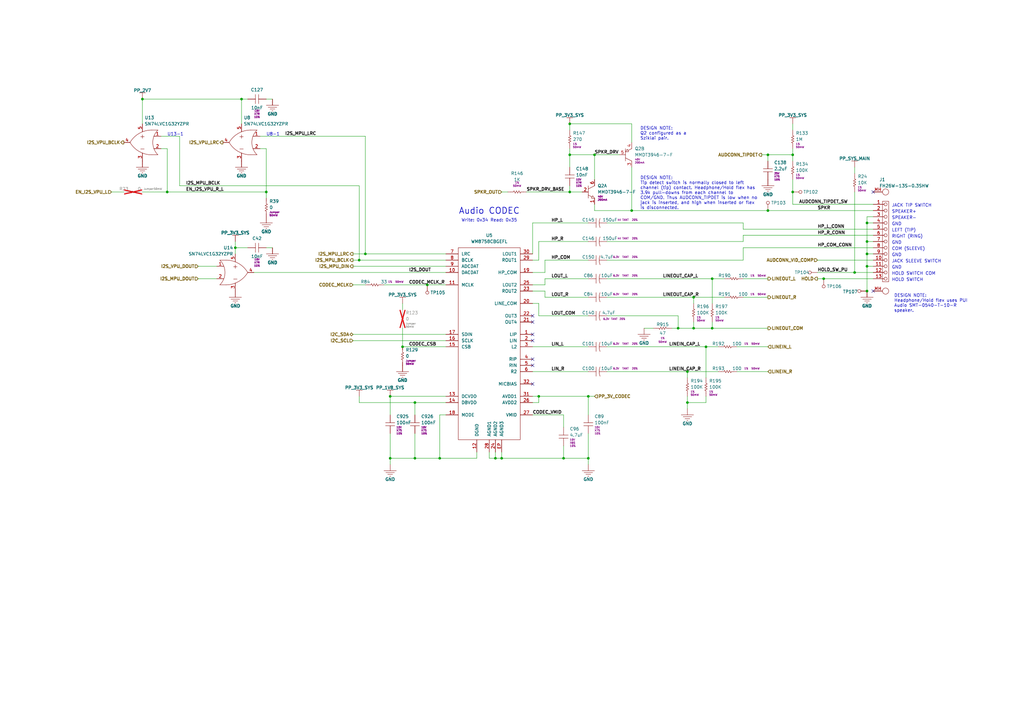
<source format=kicad_sch>
(kicad_sch (version 20231120) (generator "eeschema") (generator_version "8.0")
  (paper "A3")
  (title_block (title "iPod Video Main Board") (date "2025-04-19") (rev "A") (comment 1 "820-1975") (comment 2 "A"))
  (junction (at 337.82 114.3))
  (junction (at 160.02 162.56))
  (junction (at 289.56 142.24))
  (junction (at 241.3 187.96))
  (junction (at 203.2 187.96))
  (junction (at 68.58 78.74))
  (junction (at 233.68 63.5))
  (junction (at 241.3 162.56))
  (junction (at 355.6 119.38))
  (junction (at 170.18 165.1))
  (junction (at 355.6 109.22))
  (junction (at 325.12 78.74))
  (junction (at 259.08 86.36))
  (junction (at 147.32 106.68))
  (junction (at 243.84 63.5))
  (junction (at 180.34 187.96))
  (junction (at 355.6 91.44))
  (junction (at 58.42 40.64))
  (junction (at 314.96 86.36))
  (junction (at 284.48 134.62))
  (junction (at 233.68 50.8))
  (junction (at 292.1 134.62))
  (junction (at 96.52 101.6))
  (junction (at 170.18 187.96))
  (junction (at 355.6 104.14))
  (junction (at 175.26 116.84))
  (junction (at 325.12 63.5))
  (junction (at 281.94 152.4))
  (junction (at 220.98 162.56))
  (junction (at 314.96 63.5))
  (junction (at 165.1 142.24))
  (junction (at 292.1 114.3))
  (junction (at 355.6 99.06))
  (junction (at 233.68 78.74))
  (junction (at 205.74 187.96))
  (junction (at 231.14 187.96))
  (junction (at 278.13 134.62))
  (junction (at 160.02 187.96))
  (junction (at 350.52 111.76))
  (junction (at 109.22 78.74))
  (junction (at 281.94 165.1))
  (junction (at 149.86 104.14))
  (junction (at 284.48 121.92))
  (junction (at 99.06 40.64))
  (no_connect (at 218.44 157.48))
  (no_connect (at 218.44 147.32))
  (no_connect (at 218.44 129.54))
  (no_connect (at 218.44 132.08))
  (no_connect (at 358.14 78.74))
  (no_connect (at 218.44 137.16))
  (no_connect (at 358.14 119.38))
  (no_connect (at 218.44 139.7))
  (no_connect (at 218.44 149.86))
  (wire (pts (xy 45.72 78.74) (xy 50.8 78.74)))
  (wire (pts (xy 278.13 134.62) (xy 284.48 134.62)))
  (wire (pts (xy 144.78 139.7) (xy 182.88 139.7)))
  (wire (pts (xy 223.52 111.76) (xy 223.52 106.68)))
  (wire (pts (xy 160.02 162.56) (xy 160.02 170.18)))
  (wire (pts (xy 259.08 86.36) (xy 243.84 86.36)))
  (wire (pts (xy 223.52 121.92) (xy 223.52 119.38)))
  (wire (pts (xy 220.98 162.56) (xy 220.98 165.1)))
  (wire (pts (xy 144.78 104.14) (xy 149.86 104.14)))
  (wire (pts (xy 220.98 99.06) (xy 241.3 99.06)))
  (wire (pts (xy 350.52 68.58) (xy 350.52 71.12)))
  (wire (pts (xy 350.52 111.76) (xy 358.14 111.76)))
  (wire (pts (xy 195.58 187.96) (xy 195.58 185.42)))
  (wire (pts (xy 358.14 91.44) (xy 355.6 91.44)))
  (wire (pts (xy 302.26 152.4) (xy 314.96 152.4)))
  (wire (pts (xy 248.92 114.3) (xy 292.1 114.3)))
  (wire (pts (xy 289.56 142.24) (xy 289.56 154.94)))
  (wire (pts (xy 205.74 185.42) (xy 205.74 187.96)))
  (wire (pts (xy 203.2 185.42) (xy 203.2 187.96)))
  (wire (pts (xy 165.1 124.46) (xy 165.1 127)))
  (wire (pts (xy 157.48 116.84) (xy 175.26 116.84)))
  (wire (pts (xy 284.48 134.62) (xy 292.1 134.62)))
  (wire (pts (xy 304.8 106.68) (xy 304.8 101.6)))
  (wire (pts (xy 149.86 104.14) (xy 182.88 104.14)))
  (wire (pts (xy 203.2 187.96) (xy 205.74 187.96)))
  (wire (pts (xy 220.98 165.1) (xy 218.44 165.1)))
  (wire (pts (xy 170.18 165.1) (xy 170.18 170.18)))
  (wire (pts (xy 325.12 78.74) (xy 325.12 83.82)))
  (wire (pts (xy 220.98 124.46) (xy 220.98 129.54)))
  (wire (pts (xy 96.52 101.6) (xy 101.6 101.6)))
  (wire (pts (xy 144.78 137.16) (xy 182.88 137.16)))
  (wire (pts (xy 304.8 96.52) (xy 358.14 96.52)))
  (wire (pts (xy 68.58 78.74) (xy 68.58 60.96)))
  (wire (pts (xy 358.14 104.14) (xy 355.6 104.14)))
  (wire (pts (xy 264.16 134.62) (xy 267.97 134.62)))
  (wire (pts (xy 233.68 78.74) (xy 238.76 78.74)))
  (wire (pts (xy 144.78 109.22) (xy 182.88 109.22)))
  (wire (pts (xy 248.92 106.68) (xy 304.8 106.68)))
  (wire (pts (xy 144.78 106.68) (xy 147.32 106.68)))
  (wire (pts (xy 335.28 106.68) (xy 358.14 106.68)))
  (wire (pts (xy 302.26 142.24) (xy 314.96 142.24)))
  (wire (pts (xy 355.6 99.06) (xy 358.14 99.06)))
  (wire (pts (xy 182.88 170.18) (xy 180.34 170.18)))
  (wire (pts (xy 218.44 91.44) (xy 241.3 91.44)))
  (wire (pts (xy 99.06 50.8) (xy 99.06 40.64)))
  (wire (pts (xy 289.56 162.56) (xy 289.56 165.1)))
  (wire (pts (xy 314.96 63.5) (xy 325.12 63.5)))
  (wire (pts (xy 218.44 162.56) (xy 220.98 162.56)))
  (wire (pts (xy 58.42 40.64) (xy 99.06 40.64)))
  (wire (pts (xy 231.14 170.18) (xy 231.14 175.26)))
  (wire (pts (xy 248.92 91.44) (xy 304.8 91.44)))
  (wire (pts (xy 223.52 114.3) (xy 241.3 114.3)))
  (wire (pts (xy 220.98 106.68) (xy 218.44 106.68)))
  (wire (pts (xy 147.32 106.68) (xy 182.88 106.68)))
  (wire (pts (xy 259.08 86.36) (xy 314.96 86.36)))
  (wire (pts (xy 284.48 121.92) (xy 297.18 121.92)))
  (wire (pts (xy 68.58 78.74) (xy 109.22 78.74)))
  (wire (pts (xy 248.92 129.54) (xy 278.13 129.54)))
  (wire (pts (xy 233.68 68.58) (xy 233.68 63.5)))
  (wire (pts (xy 289.56 142.24) (xy 294.64 142.24)))
  (wire (pts (xy 109.22 40.64) (xy 111.76 40.64)))
  (wire (pts (xy 160.02 190.5) (xy 160.02 187.96)))
  (wire (pts (xy 304.8 91.44) (xy 304.8 93.98)))
  (wire (pts (xy 223.52 106.68) (xy 241.3 106.68)))
  (wire (pts (xy 160.02 162.56) (xy 182.88 162.56)))
  (wire (pts (xy 233.68 50.8) (xy 259.08 50.8)))
  (wire (pts (xy 281.94 152.4) (xy 294.64 152.4)))
  (wire (pts (xy 248.92 152.4) (xy 281.94 152.4)))
  (wire (pts (xy 73.66 76.2) (xy 147.32 76.2)))
  (wire (pts (xy 304.8 93.98) (xy 358.14 93.98)))
  (wire (pts (xy 233.68 50.8) (xy 233.68 53.34)))
  (wire (pts (xy 106.68 55.88) (xy 149.86 55.88)))
  (wire (pts (xy 73.66 76.2) (xy 73.66 55.88)))
  (wire (pts (xy 218.44 91.44) (xy 218.44 104.14)))
  (wire (pts (xy 149.86 55.88) (xy 149.86 104.14)))
  (wire (pts (xy 292.1 114.3) (xy 292.1 124.46)))
  (wire (pts (xy 325.12 53.34) (xy 325.12 50.8)))
  (wire (pts (xy 355.6 88.9) (xy 358.14 88.9)))
  (wire (pts (xy 304.8 101.6) (xy 358.14 101.6)))
  (wire (pts (xy 325.12 63.5) (xy 325.12 60.96)))
  (wire (pts (xy 218.44 111.76) (xy 223.52 111.76)))
  (wire (pts (xy 281.94 165.1) (xy 281.94 167.64)))
  (wire (pts (xy 292.1 114.3) (xy 297.18 114.3)))
  (wire (pts (xy 335.28 111.76) (xy 350.52 111.76)))
  (wire (pts (xy 259.08 68.58) (xy 259.08 86.36)))
  (wire (pts (xy 284.48 121.92) (xy 284.48 124.46)))
  (wire (pts (xy 284.48 132.08) (xy 284.48 134.62)))
  (wire (pts (xy 109.22 60.96) (xy 109.22 78.74)))
  (wire (pts (xy 68.58 60.96) (xy 66.04 60.96)))
  (wire (pts (xy 231.14 187.96) (xy 241.3 187.96)))
  (wire (pts (xy 144.78 116.84) (xy 149.86 116.84)))
  (wire (pts (xy 325.12 63.5) (xy 325.12 66.04)))
  (wire (pts (xy 355.6 109.22) (xy 355.6 119.38)))
  (wire (pts (xy 147.32 165.1) (xy 170.18 165.1)))
  (wire (pts (xy 259.08 58.42) (xy 259.08 50.8)))
  (wire (pts (xy 58.42 78.74) (xy 68.58 78.74)))
  (wire (pts (xy 215.9 78.74) (xy 233.68 78.74)))
  (wire (pts (xy 304.8 121.92) (xy 314.96 121.92)))
  (wire (pts (xy 358.14 109.22) (xy 355.6 109.22)))
  (wire (pts (xy 81.28 109.22) (xy 88.9 109.22)))
  (wire (pts (xy 106.68 60.96) (xy 109.22 60.96)))
  (wire (pts (xy 205.74 187.96) (xy 231.14 187.96)))
  (wire (pts (xy 241.3 177.8) (xy 241.3 187.96)))
  (wire (pts (xy 337.82 114.3) (xy 358.14 114.3)))
  (wire (pts (xy 325.12 73.66) (xy 325.12 78.74)))
  (wire (pts (xy 160.02 187.96) (xy 170.18 187.96)))
  (wire (pts (xy 355.6 88.9) (xy 355.6 91.44)))
  (wire (pts (xy 147.32 76.2) (xy 147.32 106.68)))
  (wire (pts (xy 275.59 134.62) (xy 278.13 134.62)))
  (wire (pts (xy 223.52 119.38) (xy 218.44 119.38)))
  (wire (pts (xy 233.68 76.2) (xy 233.68 78.74)))
  (wire (pts (xy 218.44 170.18) (xy 231.14 170.18)))
  (wire (pts (xy 96.52 101.6) (xy 96.52 104.14)))
  (wire (pts (xy 220.98 162.56) (xy 241.3 162.56)))
  (wire (pts (xy 220.98 129.54) (xy 241.3 129.54)))
  (wire (pts (xy 304.8 114.3) (xy 314.96 114.3)))
  (wire (pts (xy 292.1 134.62) (xy 314.96 134.62)))
  (wire (pts (xy 58.42 50.8) (xy 58.42 40.64)))
  (wire (pts (xy 355.6 104.14) (xy 355.6 99.06)))
  (wire (pts (xy 203.2 187.96) (xy 200.66 187.96)))
  (wire (pts (xy 223.52 116.84) (xy 218.44 116.84)))
  (wire (pts (xy 223.52 121.92) (xy 241.3 121.92)))
  (wire (pts (xy 104.14 111.76) (xy 182.88 111.76)))
  (wire (pts (xy 220.98 106.68) (xy 220.98 99.06)))
  (wire (pts (xy 170.18 187.96) (xy 180.34 187.96)))
  (wire (pts (xy 170.18 177.8) (xy 170.18 187.96)))
  (wire (pts (xy 248.92 99.06) (xy 304.8 99.06)))
  (wire (pts (xy 170.18 165.1) (xy 182.88 165.1)))
  (wire (pts (xy 281.94 152.4) (xy 281.94 154.94)))
  (wire (pts (xy 278.13 134.62) (xy 278.13 129.54)))
  (wire (pts (xy 165.1 142.24) (xy 182.88 142.24)))
  (wire (pts (xy 96.52 99.06) (xy 96.52 101.6)))
  (wire (pts (xy 248.92 121.92) (xy 284.48 121.92)))
  (wire (pts (xy 241.3 162.56) (xy 243.84 162.56)))
  (wire (pts (xy 99.06 40.64) (xy 101.6 40.64)))
  (wire (pts (xy 81.28 114.3) (xy 88.9 114.3)))
  (wire (pts (xy 200.66 185.42) (xy 200.66 187.96)))
  (wire (pts (xy 304.8 99.06) (xy 304.8 96.52)))
  (wire (pts (xy 292.1 132.08) (xy 292.1 134.62)))
  (wire (pts (xy 248.92 142.24) (xy 289.56 142.24)))
  (wire (pts (xy 175.26 116.84) (xy 182.88 116.84)))
  (wire (pts (xy 73.66 55.88) (xy 66.04 55.88)))
  (wire (pts (xy 355.6 91.44) (xy 355.6 99.06)))
  (wire (pts (xy 205.74 78.74) (xy 208.28 78.74)))
  (wire (pts (xy 218.44 152.4) (xy 241.3 152.4)))
  (wire (pts (xy 254 63.5) (xy 243.84 63.5)))
  (wire (pts (xy 312.42 63.5) (xy 314.96 63.5)))
  (wire (pts (xy 223.52 114.3) (xy 223.52 116.84)))
  (wire (pts (xy 231.14 182.88) (xy 231.14 187.96)))
  (wire (pts (xy 241.3 187.96) (xy 241.3 190.5)))
  (wire (pts (xy 218.44 124.46) (xy 220.98 124.46)))
  (wire (pts (xy 147.32 165.1) (xy 147.32 162.56)))
  (wire (pts (xy 314.96 63.5) (xy 314.96 66.04)))
  (wire (pts (xy 233.68 60.96) (xy 233.68 63.5)))
  (wire (pts (xy 355.6 104.14) (xy 355.6 109.22)))
  (wire (pts (xy 165.1 134.62) (xy 165.1 142.24)))
  (wire (pts (xy 233.68 63.5) (xy 243.84 63.5)))
  (wire (pts (xy 325.12 83.82) (xy 358.14 83.82)))
  (wire (pts (xy 109.22 101.6) (xy 111.76 101.6)))
  (wire (pts (xy 335.28 114.3) (xy 337.82 114.3)))
  (wire (pts (xy 241.3 162.56) (xy 241.3 170.18)))
  (wire (pts (xy 109.22 81.28) (xy 109.22 78.74)))
  (wire (pts (xy 243.84 83.82) (xy 243.84 86.36)))
  (wire (pts (xy 281.94 165.1) (xy 289.56 165.1)))
  (wire (pts (xy 350.52 78.74) (xy 350.52 111.76)))
  (wire (pts (xy 180.34 187.96) (xy 195.58 187.96)))
  (wire (pts (xy 243.84 63.5) (xy 243.84 73.66)))
  (wire (pts (xy 218.44 142.24) (xy 241.3 142.24)))
  (wire (pts (xy 160.02 177.8) (xy 160.02 187.96)))
  (wire (pts (xy 281.94 162.56) (xy 281.94 165.1)))
  (wire (pts (xy 314.96 86.36) (xy 358.14 86.36)))
  (wire (pts (xy 180.34 170.18) (xy 180.34 187.96)))
  (text_box "DESIGN NOTE:\nHeadphone/Hold flex uses PUI Audio SMT-0540-T-10-R speaker." (at 365.76 119.38 0) (size 33.02 7.62) (stroke (width -0.0001)) (effects (font (size 1.27 1.27)) (justify left top)))
  (text_box "Write: 0x34 Read: 0x35" (at 187.96 88.9 0) (size 25.4 2.54) (stroke (width -0.0001)) (effects (font (size 1.27 1.27))))
  (text_box "Audio CODEC" (at 185.42 83.82 0) (size 30.48 5.08) (stroke (width -0.0001)) (effects (font (size 2.54 2.54) (thickness 0.254) (bold yes))))
  (text_box "DESIGN NOTE:\nQ2 configured as a Sziklai pair." (at 261.62 50.8 0) (size 27.94 5.08) (stroke (width -0.0001)) (effects (font (size 1.27 1.27)) (justify left top)))
  (text_box "DESIGN NOTE:\nTip detect switch is normally closed to left channel (tip) contact. Headphone/Hold flex has 3.9k pull-downs from each channel to COM/GND. Thus AUDCONN_TIPDET is low when no jack is inserted, and high when inserted or flex is disconnected. " (at 261.62 71.12 0) (size 50.8 15.24) (stroke (width -0.0001)) (effects (font (size 1.27 1.27)) (justify left top)))
  (text "GND" (at 365.76 110.49 0) (effects (font (size 1.27 1.27)) (justify left bottom)))
  (text "U13-1" (at 68.58 55.88 0) (effects (font (size 1.27 1.27)) (justify left bottom)))
  (text "HOLD SWITCH COM" (at 365.76 113.03 0) (effects (font (size 1.27 1.27)) (justify left bottom)))
  (text "SPEAKER+" (at 365.76 87.63 0) (effects (font (size 1.27 1.27)) (justify left bottom)))
  (text "JACK TIP SWITCH" (at 365.76 85.09 0) (effects (font (size 1.27 1.27)) (justify left bottom)))
  (text "U8-1" (at 109.22 55.88 0) (effects (font (size 1.27 1.27)) (justify left bottom)))
  (text "JACK SLEEVE SWITCH" (at 365.76 107.95 0) (effects (font (size 1.27 1.27)) (justify left bottom)))
  (text "HOLD SWITCH" (at 365.76 115.57 0) (effects (font (size 1.27 1.27)) (justify left bottom)))
  (text "GND" (at 365.76 100.33 0) (effects (font (size 1.27 1.27)) (justify left bottom)))
  (text "LEFT (TIP)" (at 365.76 95.25 0) (effects (font (size 1.27 1.27)) (justify left bottom)))
  (text "GND" (at 365.76 92.71 0) (effects (font (size 1.27 1.27)) (justify left bottom)))
  (text "SPEAKER-" (at 365.76 90.17 0) (effects (font (size 1.27 1.27)) (justify left bottom)))
  (text "COM (SLEEVE)" (at 365.76 102.87 0) (effects (font (size 1.27 1.27)) (justify left bottom)))
  (text "GND" (at 365.76 105.41 0) (effects (font (size 1.27 1.27)) (justify left bottom)))
  (text "RIGHT (RING)" (at 365.76 97.79 0) (effects (font (size 1.27 1.27)) (justify left bottom)))
  (label "LINEIN_CAP_L" (at 274.32 142.24 0) (effects (font (thickness 0.254) (bold yes))))
  (label "LIN_L" (at 226.06 142.24 0) (effects (font (thickness 0.254) (bold yes))))
  (label "LOUT_R" (at 226.06 121.92 0) (effects (font (thickness 0.254) (bold yes))))
  (label "I2S_MPU_BCLK" (at 76.2 76.2 0) (effects (font (thickness 0.254) (bold yes))))
  (label "HP_L" (at 226.06 91.44 0) (effects (font (thickness 0.254) (bold yes))))
  (label "HP_R_CONN" (at 335.28 96.52 0) (effects (font (thickness 0.254) (bold yes))))
  (label "LIN_R" (at 226.06 152.4 0) (effects (font (thickness 0.254) (bold yes))))
  (label "LINEOUT_CAP_R" (at 271.78 121.92 0) (effects (font (thickness 0.254) (bold yes))))
  (label "LINEIN_CAP_R" (at 274.32 152.4 0) (effects (font (thickness 0.254) (bold yes))))
  (label "LOUT_L" (at 226.06 114.3 0) (effects (font (thickness 0.254) (bold yes))))
  (label "HP_L_CONN" (at 335.28 93.98 0) (effects (font (thickness 0.254) (bold yes))))
  (label "SPKR_DRV" (at 243.84 63.5 0) (effects (font (thickness 0.254) (bold yes))))
  (label "CODEC_CSB" (at 167.64 142.24 0) (effects (font (thickness 0.254) (bold yes))))
  (label "HP_COM_CONN" (at 335.28 101.6 0) (effects (font (thickness 0.254) (bold yes))))
  (label "CODEC_MCLK_R" (at 167.64 116.84 0) (effects (font (thickness 0.254) (bold yes))))
  (label "AUDCONN_TIPDET_SW" (at 327.66 83.82 0) (effects (font (thickness 0.254) (bold yes))))
  (label "HOLD_SW_PU" (at 335.28 111.76 0) (effects (font (thickness 0.254) (bold yes))))
  (label "I2S_DOUT" (at 167.64 111.76 0) (effects (font (thickness 0.254) (bold yes))))
  (label "LOUT_COM" (at 226.06 129.54 0) (effects (font (thickness 0.254) (bold yes))))
  (label "LINEOUT_CAP_L" (at 271.78 114.3 0) (effects (font (thickness 0.254) (bold yes))))
  (label "CODEC_VMID" (at 218.44 170.18 0) (effects (font (thickness 0.254) (bold yes))))
  (label "I2S_MPU_LRC" (at 116.84 55.88 0) (effects (font (thickness 0.254) (bold yes))))
  (label "SPKR" (at 335.28 86.36 0) (effects (font (thickness 0.254) (bold yes))))
  (label "SPKR_DRV_BASE" (at 215.9 78.74 0) (effects (font (thickness 0.254) (bold yes))))
  (label "HP_COM" (at 226.06 106.68 0) (effects (font (thickness 0.254) (bold yes))))
  (label "HP_R" (at 226.06 99.06 0) (effects (font (thickness 0.254) (bold yes))))
  (label "EN_I2S_VPU_R_L" (at 76.2 78.74 0) (effects (font (thickness 0.254) (bold yes))))
  (hierarchical_label "I2S_MPU_DOUT" (shape input) (at 81.28 114.3 180) (effects (font (bold yes))))
  (hierarchical_label "LINEOUT_L" (shape output) (at 314.96 114.3 0) (effects (font (bold yes))))
  (hierarchical_label "SPKR_OUT" (shape input) (at 205.74 78.74 180) (effects (font (thickness 0.254) (bold yes))))
  (hierarchical_label "AUDCONN_TIPDET" (shape output) (at 312.42 63.5 180) (effects (font (thickness 0.254) (bold yes))))
  (hierarchical_label "I2S_MPU_BCLK" (shape output) (at 144.78 106.68 180) (effects (font (bold yes))))
  (hierarchical_label "I2S_MPU_LRC" (shape output) (at 144.78 104.14 180) (effects (font (bold yes))))
  (hierarchical_label "PP_3V_CODEC" (shape input) (at 243.84 162.56 0) (effects (font (thickness 0.254) (bold yes))))
  (hierarchical_label "I2S_MPU_DIN" (shape output) (at 144.78 109.22 180) (effects (font (bold yes))))
  (hierarchical_label "CODEC_MCLK" (shape input) (at 144.78 116.84 180) (effects (font (bold yes))))
  (hierarchical_label "I2C_SDA" (shape bidirectional) (at 144.78 137.16 180) (effects (font (bold yes))))
  (hierarchical_label "HOLD" (shape output) (at 335.28 114.3 180) (effects (font (bold yes))))
  (hierarchical_label "LINEIN_R" (shape input) (at 314.96 152.4 0) (effects (font (bold yes))))
  (hierarchical_label "LINEOUT_R" (shape output) (at 314.96 121.92 0) (effects (font (bold yes))))
  (hierarchical_label "AUDCONN_VID_COMP" (shape input) (at 335.28 106.68 180) (effects (font (bold yes))))
  (hierarchical_label "EN_I2S_VPU_L" (shape input) (at 45.72 78.74 180) (effects (font (bold yes))))
  (hierarchical_label "LINEIN_L" (shape input) (at 314.96 142.24 0) (effects (font (bold yes))))
  (hierarchical_label "I2S_VPU_DOUT" (shape input) (at 81.28 109.22 180) (effects (font (bold yes))))
  (hierarchical_label "LINEOUT_COM" (shape output) (at 314.96 134.62 0) (effects (font (bold yes))))
  (hierarchical_label "I2S_VPU_LRC" (shape output) (at 91.44 58.42 180) (effects (font (bold yes))))
  (hierarchical_label "I2C_SCL" (shape input) (at 144.78 139.7 180) (effects (font (bold yes))))
  (hierarchical_label "I2S_VPU_BCLK" (shape output) (at 50.8 58.42 180) (effects (font (bold yes))))
  (symbol (lib_id "820-1975_Symbols:GND") (at 264.16 134.62 0) (unit 1) (in_bom no) (on_board no)
    (property "Reference" "#PWR077" (effects (hide yes)))
    (property "Value" "GND" (at 264.16 140.716 0) (effects (font (bold yes))))
    (property "Description" "Ground Symbol" (effects (hide yes)))
  )
  (symbol (lib_id "820-1975:Resistors-0201/RES-0201-000007") (at 297.18 121.92 90) (unit 1)
    (property "Reference" "R191" (at 297.18 120.65 90))
    (property "Value" "100" (at 304.8 120.65 90))
    (property "Footprint" "820-1975_Footprints:RES-0201" (effects (hide yes)))
    (property "Tolerance" "1%" (at 308.61 120.65 90) (effects (font (size 0.762 0.762))))
    (property "Power" "50mW" (at 312.42 120.65 90) (effects (font (size 0.762 0.762))))
    (property "Manufacturer" "Vishay Dale" (effects (hide yes)))
    (property "Manufacturer Part Number" "CRCW0201100RFKED" (effects (hide yes)))
  )
  (symbol (lib_id "820-1975_Symbols:VCC") (at 233.68 50.8 0) (unit 1) (in_bom no) (on_board no)
    (property "Reference" "#PWR0113" (effects (hide yes)))
    (property "Value" "PP_3V3_SYS" (at 233.68 47.244 0) (effects (font (bold yes))))
    (property "Description" "Power Port Symbol" (effects (hide yes)))
  )
  (symbol (lib_id "820-1975:Resistors-0201/RES-0201-000010") (at 233.68 53.34 0) (unit 1)
    (property "Reference" "R147" (at 234.95 54.61 0) (effects (justify left)))
    (property "Value" "270" (at 234.95 57.15 0) (effects (justify left)))
    (property "Footprint" "820-1975_Footprints:RES-0201" (effects (hide yes)))
    (property "Tolerance" "1%" (at 234.95 59.055 0) (effects (font (size 0.762 0.762)) (justify left)))
    (property "Power" "50mW" (at 234.95 60.325 0) (effects (font (size 0.762 0.762)) (justify left)))
    (property "Manufacturer" "Vishay Dale" (effects (hide yes)))
    (property "Manufacturer Part Number" "CRCW0201270RFKED" (effects (hide yes)))
  )
  (symbol (lib_id "820-1975:Resistors-0201/RES-0201-000007") (at 297.18 114.3 90) (unit 1)
    (property "Reference" "R190" (at 297.18 113.03 90))
    (property "Value" "100" (at 304.8 113.03 90))
    (property "Footprint" "820-1975_Footprints:RES-0201" (effects (hide yes)))
    (property "Tolerance" "1%" (at 308.61 113.03 90) (effects (font (size 0.762 0.762))))
    (property "Power" "50mW" (at 312.42 113.03 90) (effects (font (size 0.762 0.762))))
    (property "Manufacturer" "Vishay Dale" (effects (hide yes)))
    (property "Manufacturer Part Number" "CRCW0201100RFKED" (effects (hide yes)))
  )
  (symbol (lib_id "820-1975:Resistors-0201/RES-0201-000003") (at 149.86 116.84 90) (unit 1)
    (property "Reference" "R84" (at 149.86 115.57 90))
    (property "Value" "33" (at 157.48 115.57 90))
    (property "Footprint" "820-1975_Footprints:RES-0201" (effects (hide yes)))
    (property "Tolerance" "1%" (at 160.02 115.57 90) (effects (font (size 0.762 0.762))))
    (property "Power" "50mW" (at 163.83 115.57 90) (effects (font (size 0.762 0.762))))
    (property "Manufacturer" "Vishay Dale" (effects (hide yes)))
    (property "Manufacturer Part Number" "CRCW020133R0FNED" (effects (hide yes)))
  )
  (symbol (lib_id "820-1975:Resistors-0201/RES-0201-000030") (at 281.94 154.94 0) (unit 1)
    (property "Reference" "R194" (at 283.21 156.21 0) (effects (justify left)))
    (property "Value" "100K" (at 283.21 158.75 0) (effects (justify left)))
    (property "Footprint" "820-1975_Footprints:RES-0201" (effects (hide yes)))
    (property "Tolerance" "1%" (at 283.21 160.655 0) (effects (font (size 0.762 0.762)) (justify left)))
    (property "Power" "50mW" (at 283.21 161.925 0) (effects (font (size 0.762 0.762)) (justify left)))
    (property "Manufacturer" "Vishay Dale" (effects (hide yes)))
    (property "Manufacturer Part Number" "CRCW0201100KFNED" (effects (hide yes)))
  )
  (symbol (lib_id "820-1975:Resistors-0201/RES-0201-000022") (at 350.52 71.12 0) (unit 1)
    (property "Reference" "R24" (at 351.79 72.39 0) (effects (justify left)))
    (property "Value" "10K" (at 351.79 74.93 0) (effects (justify left)))
    (property "Footprint" "820-1975_Footprints:RES-0201" (effects (hide yes)))
    (property "Tolerance" "1%" (at 351.79 76.835 0) (effects (font (size 0.762 0.762)) (justify left)))
    (property "Power" "50mW" (at 351.79 78.105 0) (effects (font (size 0.762 0.762)) (justify left)))
    (property "Manufacturer" "Vishay Dale" (effects (hide yes)))
    (property "Manufacturer Part Number" "CRCW020110K0FNED" (effects (hide yes)))
  )
  (symbol (lib_id "820-1975_Symbols:GND") (at 241.3 190.5 0) (unit 1) (in_bom no) (on_board no)
    (property "Reference" "#PWR064" (effects (hide yes)))
    (property "Value" "GND" (at 241.3 196.596 0) (effects (font (bold yes))))
    (property "Description" "Ground Symbol" (effects (hide yes)))
  )
  (symbol (lib_id "820-1975_Symbols:VCC") (at 160.02 162.56 0) (unit 1) (in_bom no) (on_board no)
    (property "Reference" "#PWR0133" (effects (hide yes)))
    (property "Value" "PP_1V8_SYS" (at 160.02 159.004 0) (effects (font (bold yes))))
    (property "Description" "Power Port Symbol" (effects (hide yes)))
  )
  (symbol (lib_id "820-1975_Symbols:GND") (at 96.52 119.38 0) (unit 1) (in_bom no) (on_board no)
    (property "Reference" "#PWR090" (effects (hide yes)))
    (property "Value" "GND" (at 96.52 125.476 0) (effects (font (bold yes))))
    (property "Description" "Ground Symbol" (effects (hide yes)))
  )
  (symbol (lib_id "820-1975:ICs/IC-000009") (at 106.68 55.88 0) (mirror y) (unit 1)
    (property "Reference" "U8" (at 99.9489 48.26 0) (effects (justify right)))
    (property "Value" "SN74LVC1G32YZPR" (at 99.9489 50.8 0) (effects (justify right)))
    (property "Footprint" "820-1975_Footprints:TI-YZP0005" (effects (hide yes)))
    (property "Datasheet" "https://www.ti.com/lit/ds/symlink/sn74lvc1g32.pdf" (effects (hide yes)))
    (property "Manufacturer" "Texas Instruments" (effects (hide yes)))
    (property "Manufacturer Part Number" "SN74LVC1G32YZPR" (effects (hide yes)))
  )
  (symbol (lib_id "820-1975_Symbols:VCC") (at 96.52 99.06 0) (unit 1) (in_bom no) (on_board no)
    (property "Reference" "#PWR0111" (effects (hide yes)))
    (property "Value" "PP_3V3_SYS" (at 96.52 95.504 0) (effects (font (bold yes))))
    (property "Description" "Power Port Symbol" (effects (hide yes)))
  )
  (symbol (lib_id "820-1975:Capacitors-Other/CAP-OTHER-000002") (at 241.3 142.24 90) (unit 1)
    (property "Reference" "C101" (at 241.3 140.97 90))
    (property "Value" "10uF" (at 248.92 140.97 90))
    (property "Footprint" "820-1975_Footprints:KYOCERA-TAC-L" (effects (hide yes)))
    (property "Voltage" "6.3V" (at 252.73 140.97 90) (effects (font (size 0.762 0.762))))
    (property "Type" "TANT" (at 256.54 140.97 90) (effects (font (size 0.762 0.762))))
    (property "Tolerance" "20%" (at 260.35 140.97 90) (effects (font (size 0.762 0.762))))
    (property "Manufacturer" "KYOCERA AVX" (effects (hide yes)))
    (property "Manufacturer Part Number" "TACL106M006RTA" (effects (hide yes)))
  )
  (symbol (lib_id "820-1975:Capacitors-Other/CAP-OTHER-000004") (at 241.3 91.44 90) (unit 1)
    (property "Reference" "C145" (at 241.3 90.17 90))
    (property "Value" "150uF" (at 250.19 90.17 90))
    (property "Footprint" "820-1975_Footprints:VISHAY-595D-B" (effects (hide yes)))
    (property "Voltage" "4V" (at 254 90.17 90) (effects (font (size 0.762 0.762))))
    (property "Type" "TANT" (at 256.54 90.17 90) (effects (font (size 0.762 0.762))))
    (property "Tolerance" "20%" (at 260.35 90.17 90) (effects (font (size 0.762 0.762))))
    (property "Manufacturer" "Vishay Sprague" (effects (hide yes)))
    (property "Manufacturer Part Number" "595D157X0004B2T" (effects (hide yes)))
  )
  (symbol (lib_id "820-1975:PCB Components/TP-000000") (at 337.82 114.3 0) (mirror x) (unit 1)
    (property "Reference" "TP106" (at 339.09 117.475 0) (effects (justify left)))
    (property "Value" "TP" (effects (hide yes)))
    (property "Footprint" "820-1975_Footprints:TP-SMT" (effects (hide yes)))
    (property "Description" "TESTPOINT SMT" (effects (hide yes)))
  )
  (symbol (lib_id "820-1975:Capacitors-0201/CAP-0201-000005") (at 101.6 40.64 90) (unit 1)
    (property "Reference" "C127" (at 105.41 36.83 90))
    (property "Value" "10nF" (at 105.41 44.196 90))
    (property "Footprint" "820-1975_Footprints:MLCC-0201" (effects (hide yes)))
    (property "Description" "CAP CER 10NF 10V 0201 X7R 10%" (effects (hide yes)))
    (property "Voltage" "10V" (at 105.41 45.466 90) (effects (font (size 0.762 0.762))))
    (property "Dielectric" "X7R" (at 105.41 46.736 90) (effects (font (size 0.762 0.762))))
    (property "Tolerance" "10%" (at 105.41 48.006 90) (effects (font (size 0.762 0.762))))
    (property "Manufacturer" "Murata" (effects (hide yes)))
    (property "Manufacturer Part Number" "GRM033R71A103KA01D" (effects (hide yes)))
  )
  (symbol (lib_id "820-1975:ICs/IC-000009") (at 66.04 55.88 0) (mirror y) (unit 1)
    (property "Reference" "U13" (at 59.3089 48.26 0) (effects (justify right)))
    (property "Value" "SN74LVC1G32YZPR" (at 59.3089 50.8 0) (effects (justify right)))
    (property "Footprint" "820-1975_Footprints:TI-YZP0005" (effects (hide yes)))
    (property "Datasheet" "https://www.ti.com/lit/ds/symlink/sn74lvc1g32.pdf" (effects (hide yes)))
    (property "Manufacturer" "Texas Instruments" (effects (hide yes)))
    (property "Manufacturer Part Number" "SN74LVC1G32YZPR" (effects (hide yes)))
  )
  (symbol (lib_id "820-1975:Capacitors-Other/CAP-OTHER-000002") (at 241.3 152.4 90) (unit 1)
    (property "Reference" "C100" (at 241.3 151.13 90))
    (property "Value" "10uF" (at 248.92 151.13 90))
    (property "Footprint" "820-1975_Footprints:KYOCERA-TAC-L" (effects (hide yes)))
    (property "Voltage" "6.3V" (at 252.73 151.13 90) (effects (font (size 0.762 0.762))))
    (property "Type" "TANT" (at 256.54 151.13 90) (effects (font (size 0.762 0.762))))
    (property "Tolerance" "20%" (at 260.35 151.13 90) (effects (font (size 0.762 0.762))))
    (property "Manufacturer" "KYOCERA AVX" (effects (hide yes)))
    (property "Manufacturer Part Number" "TACL106M006RTA" (effects (hide yes)))
  )
  (symbol (lib_id "820-1975_Symbols:GND") (at 160.02 190.5 0) (unit 1) (in_bom no) (on_board no)
    (property "Reference" "#PWR062" (effects (hide yes)))
    (property "Value" "GND" (at 160.02 196.596 0) (effects (font (bold yes))))
    (property "Description" "Ground Symbol" (effects (hide yes)))
  )
  (symbol (lib_id "820-1975_Symbols:GND") (at 109.22 88.9 0) (unit 1) (in_bom no) (on_board no)
    (property "Reference" "#PWR085" (effects (hide yes)))
    (property "Value" "GND" (at 109.22 94.996 0) (effects (font (bold yes))))
    (property "Description" "Ground Symbol" (effects (hide yes)))
  )
  (symbol (lib_id "820-1975:Capacitors-Other/CAP-OTHER-000001") (at 241.3 129.54 90) (unit 1)
    (property "Reference" "C140" (at 241.3 128.27 90))
    (property "Value" "4.7uF" (at 249.682 128.27 90))
    (property "Footprint" "820-1975_Footprints:VISHAY-TMCJ" (effects (hide yes)))
    (property "Voltage" "6.3V" (at 248.666 130.81 90) (effects (font (size 0.762 0.762))))
    (property "Type" "TANT" (at 251.968 130.81 90) (effects (font (size 0.762 0.762))))
    (property "Tolerance" "20%" (at 255.27 130.81 90) (effects (font (size 0.762 0.762))))
    (property "Manufacturer" "Vishay Sprague" (effects (hide yes)))
    (property "Manufacturer Part Number" "TMCJ0J475MTRF" (effects (hide yes)))
  )
  (symbol (lib_id "820-1975:Resistors-0201/RES-0201-000000") (at 50.8 78.74 90) (unit 1) (dnp yes)
    (property "Reference" "R23" (at 50.8 77.47 90))
    (property "Value" "0" (at 57.15 77.47 90))
    (property "Footprint" "820-1975_Footprints:RES-0201" (effects (hide yes)))
    (property "Tolerance" "Jumper" (at 60.96 77.47 90) (effects (font (size 0.762 0.762))))
    (property "Power" "50mW" (at 64.77 77.47 90) (effects (font (size 0.762 0.762))))
    (property "Manufacturer" "Vishay Dale" (effects (hide yes)))
    (property "Manufacturer Part Number" "CRCW02010000Z0ED" (effects (hide yes)))
  )
  (symbol (lib_id "820-1975:Capacitors-0201/CAP-0201-000005") (at 101.6 101.6 90) (unit 1)
    (property "Reference" "C42" (at 105.41 97.79 90))
    (property "Value" "10nF" (at 105.41 105.156 90))
    (property "Footprint" "820-1975_Footprints:MLCC-0201" (effects (hide yes)))
    (property "Description" "CAP CER 10NF 10V 0201 X7R 10%" (effects (hide yes)))
    (property "Voltage" "10V" (at 105.41 106.426 90) (effects (font (size 0.762 0.762))))
    (property "Dielectric" "X7R" (at 105.41 107.696 90) (effects (font (size 0.762 0.762))))
    (property "Tolerance" "10%" (at 105.41 108.966 90) (effects (font (size 0.762 0.762))))
    (property "Manufacturer" "Murata" (effects (hide yes)))
    (property "Manufacturer Part Number" "GRM033R71A103KA01D" (effects (hide yes)))
  )
  (symbol (lib_id "820-1975:Resistors-0201/RES-0201-000004") (at 275.59 134.62 270) (mirror x) (unit 1)
    (property "Reference" "R915" (at 271.78 133.096 90))
    (property "Value" "47" (at 271.78 136.652 90))
    (property "Footprint" "820-1975_Footprints:RES-0201" (effects (hide yes)))
    (property "Tolerance" "1%" (at 271.78 138.684 90) (effects (font (size 0.762 0.762))))
    (property "Power" "50mW" (at 271.78 140.208 90) (effects (font (size 0.762 0.762))))
    (property "Manufacturer" "Vishay Dale" (effects (hide yes)))
    (property "Manufacturer Part Number" "CRCW020147R0FNED" (effects (hide yes)))
  )
  (symbol (lib_id "820-1975:Resistors-0201/RES-0201-000000") (at 165.1 127 0) (unit 1) (dnp yes)
    (property "Reference" "R123" (at 166.37 128.27 0) (effects (justify left)))
    (property "Value" "0" (at 166.37 130.81 0) (effects (justify left)))
    (property "Footprint" "820-1975_Footprints:RES-0201" (effects (hide yes)))
    (property "Tolerance" "Jumper" (at 166.37 132.715 0) (effects (font (size 0.762 0.762)) (justify left)))
    (property "Power" "50mW" (at 166.37 133.985 0) (effects (font (size 0.762 0.762)) (justify left)))
    (property "Manufacturer" "Vishay Dale" (effects (hide yes)))
    (property "Manufacturer Part Number" "CRCW02010000Z0ED" (effects (hide yes)))
  )
  (symbol (lib_id "820-1975_Symbols:GND") (at 314.96 73.66 0) (unit 1) (in_bom no) (on_board no)
    (property "Reference" "#PWR016" (effects (hide yes)))
    (property "Value" "GND" (at 314.96 79.756 0) (effects (font (bold yes))))
    (property "Description" "Ground Symbol" (effects (hide yes)))
  )
  (symbol (lib_id "820-1975:Resistors-0201/RES-0201-000012") (at 208.28 78.74 90) (unit 1)
    (property "Reference" "R146" (at 212.09 71.12 90))
    (property "Value" "1K" (at 212.09 73.66 90))
    (property "Footprint" "820-1975_Footprints:RES-0201" (effects (hide yes)))
    (property "Tolerance" "1%" (at 212.09 74.93 90) (effects (font (size 0.762 0.762))))
    (property "Power" "50mW" (at 212.09 76.2 90) (effects (font (size 0.762 0.762))))
    (property "Manufacturer" "Vishay Dale" (effects (hide yes)))
    (property "Manufacturer Part Number" "CRCW02011K00FNED" (effects (hide yes)))
  )
  (symbol (lib_id "820-1975:PCB Components/TP-000000") (at 175.26 116.84 0) (mirror x) (unit 1)
    (property "Reference" "TP105" (at 176.53 120.015 0) (effects (justify left)))
    (property "Value" "TP" (effects (hide yes)))
    (property "Footprint" "820-1975_Footprints:TP-SMT" (effects (hide yes)))
    (property "Description" "TESTPOINT SMT" (effects (hide yes)))
  )
  (symbol (lib_id "820-1975:Capacitors-0603/CAP-0603-000004") (at 231.14 175.26 0) (unit 1)
    (property "Reference" "C96" (at 233.68 175.895 0) (effects (justify left)))
    (property "Value" "4.7uF" (at 233.68 178.435 0) (effects (justify left)))
    (property "Footprint" "820-1975_Footprints:MLCC-0603" (effects (hide yes)))
    (property "Voltage" "10V" (at 233.68 180.34 0) (effects (font (size 0.762 0.762)) (justify left)))
    (property "Dielectric" "X6S" (at 233.68 181.61 0) (effects (font (size 0.762 0.762)) (justify left)))
    (property "Tolerance" "10%" (at 233.68 182.88 0) (effects (font (size 0.762 0.762)) (justify left)))
    (property "Manufacturer" "Murata" (effects (hide yes)))
    (property "Manufacturer Part Number" "GRM188C71A475KE11D" (effects (hide yes)))
  )
  (symbol (lib_id "820-1975:Resistors-0201/RES-0201-000030") (at 292.1 124.46 0) (unit 1)
    (property "Reference" "R197" (at 293.37 125.73 0) (effects (justify left)))
    (property "Value" "100K" (at 293.37 128.27 0) (effects (justify left)))
    (property "Footprint" "820-1975_Footprints:RES-0201" (effects (hide yes)))
    (property "Tolerance" "1%" (at 293.37 130.175 0) (effects (font (size 0.762 0.762)) (justify left)))
    (property "Power" "50mW" (at 293.37 131.445 0) (effects (font (size 0.762 0.762)) (justify left)))
    (property "Manufacturer" "Vishay Dale" (effects (hide yes)))
    (property "Manufacturer Part Number" "CRCW0201100KFNED" (effects (hide yes)))
  )
  (symbol (lib_id "820-1975_Symbols:VCC") (at 58.42 40.64 0) (unit 1) (in_bom no) (on_board no)
    (property "Reference" "#PWR0160" (effects (hide yes)))
    (property "Value" "PP_2V7" (at 58.42 37.084 0) (effects (font (bold yes))))
    (property "Description" "Power Port Symbol" (effects (hide yes)))
  )
  (symbol (lib_id "820-1975_Symbols:GND") (at 111.76 40.64 0) (unit 1) (in_bom no) (on_board no)
    (property "Reference" "#PWR0195" (effects (hide yes)))
    (property "Value" "GND" (at 111.76 46.736 0) (effects (font (bold yes))))
    (property "Description" "Ground Symbol" (effects (hide yes)))
  )
  (symbol (lib_id "820-1975_Symbols:GND") (at 99.06 66.04 0) (unit 1) (in_bom no) (on_board no)
    (property "Reference" "#PWR081" (effects (hide yes)))
    (property "Value" "GND" (at 99.06 72.136 0) (effects (font (bold yes))))
    (property "Description" "Ground Symbol" (effects (hide yes)))
  )
  (symbol (lib_id "820-1975:Resistors-0201/RES-0201-000007") (at 294.64 142.24 90) (unit 1)
    (property "Reference" "R192" (at 294.64 140.97 90))
    (property "Value" "100" (at 302.26 140.97 90))
    (property "Footprint" "820-1975_Footprints:RES-0201" (effects (hide yes)))
    (property "Tolerance" "1%" (at 306.07 140.97 90) (effects (font (size 0.762 0.762))))
    (property "Power" "50mW" (at 309.88 140.97 90) (effects (font (size 0.762 0.762))))
    (property "Manufacturer" "Vishay Dale" (effects (hide yes)))
    (property "Manufacturer Part Number" "CRCW0201100RFKED" (effects (hide yes)))
  )
  (symbol (lib_id "820-1975:Resistors-0201/RES-0201-000000") (at 109.22 81.28 0) (unit 1)
    (property "Reference" "R39" (at 110.49 82.55 0) (effects (justify left)))
    (property "Value" "0" (at 110.49 85.09 0) (effects (justify left)))
    (property "Footprint" "820-1975_Footprints:RES-0201" (effects (hide yes)))
    (property "Tolerance" "Jumper" (at 110.49 86.995 0) (effects (font (size 0.762 0.762)) (justify left)))
    (property "Power" "50mW" (at 110.49 88.265 0) (effects (font (size 0.762 0.762)) (justify left)))
    (property "Manufacturer" "Vishay Dale" (effects (hide yes)))
    (property "Manufacturer Part Number" "CRCW02010000Z0ED" (effects (hide yes)))
  )
  (symbol (lib_id "820-1975:Resistors-0201/RES-0201-000007") (at 294.64 152.4 90) (unit 1)
    (property "Reference" "R193" (at 294.64 151.13 90))
    (property "Value" "100" (at 302.26 151.13 90))
    (property "Footprint" "820-1975_Footprints:RES-0201" (effects (hide yes)))
    (property "Tolerance" "1%" (at 306.07 151.13 90) (effects (font (size 0.762 0.762))))
    (property "Power" "50mW" (at 309.88 151.13 90) (effects (font (size 0.762 0.762))))
    (property "Manufacturer" "Vishay Dale" (effects (hide yes)))
    (property "Manufacturer Part Number" "CRCW0201100RFKED" (effects (hide yes)))
  )
  (symbol (lib_id "820-1975:Resistors-0201/RES-0201-000030") (at 284.48 124.46 0) (unit 1)
    (property "Reference" "R196" (at 285.75 125.73 0) (effects (justify left)))
    (property "Value" "100K" (at 285.75 128.27 0) (effects (justify left)))
    (property "Footprint" "820-1975_Footprints:RES-0201" (effects (hide yes)))
    (property "Tolerance" "1%" (at 285.75 130.175 0) (effects (font (size 0.762 0.762)) (justify left)))
    (property "Power" "50mW" (at 285.75 131.445 0) (effects (font (size 0.762 0.762)) (justify left)))
    (property "Manufacturer" "Vishay Dale" (effects (hide yes)))
    (property "Manufacturer Part Number" "CRCW0201100KFNED" (effects (hide yes)))
  )
  (symbol (lib_id "820-1975_Symbols:GND") (at 58.42 66.04 0) (unit 1) (in_bom no) (on_board no)
    (property "Reference" "#PWR084" (effects (hide yes)))
    (property "Value" "GND" (at 58.42 72.136 0) (effects (font (bold yes))))
    (property "Description" "Ground Symbol" (effects (hide yes)))
  )
  (symbol (lib_id "820-1975:Resistors-0201/RES-0201-000000") (at 165.1 142.24 0) (unit 1)
    (property "Reference" "R129" (at 166.37 143.51 0) (effects (justify left)))
    (property "Value" "0" (at 166.37 146.05 0) (effects (justify left)))
    (property "Footprint" "820-1975_Footprints:RES-0201" (effects (hide yes)))
    (property "Tolerance" "Jumper" (at 166.37 147.955 0) (effects (font (size 0.762 0.762)) (justify left)))
    (property "Power" "50mW" (at 166.37 149.225 0) (effects (font (size 0.762 0.762)) (justify left)))
    (property "Manufacturer" "Vishay Dale" (effects (hide yes)))
    (property "Manufacturer Part Number" "CRCW02010000Z0ED" (effects (hide yes)))
  )
  (symbol (lib_id "820-1975:Resistors-0201/RES-0201-000030") (at 289.56 154.94 0) (unit 1)
    (property "Reference" "R195" (at 290.83 156.21 0) (effects (justify left)))
    (property "Value" "100K" (at 290.83 158.75 0) (effects (justify left)))
    (property "Footprint" "820-1975_Footprints:RES-0201" (effects (hide yes)))
    (property "Tolerance" "1%" (at 290.83 160.655 0) (effects (font (size 0.762 0.762)) (justify left)))
    (property "Power" "50mW" (at 290.83 161.925 0) (effects (font (size 0.762 0.762)) (justify left)))
    (property "Manufacturer" "Vishay Dale" (effects (hide yes)))
    (property "Manufacturer Part Number" "CRCW0201100KFNED" (effects (hide yes)))
  )
  (symbol (lib_id "820-1975:Resistors-0201/RES-0201-000030") (at 325.12 66.04 0) (unit 1)
    (property "Reference" "R134" (at 326.39 67.31 0) (effects (justify left)))
    (property "Value" "100K" (at 326.39 69.85 0) (effects (justify left)))
    (property "Footprint" "820-1975_Footprints:RES-0201" (effects (hide yes)))
    (property "Tolerance" "1%" (at 326.39 71.755 0) (effects (font (size 0.762 0.762)) (justify left)))
    (property "Power" "50mW" (at 326.39 73.025 0) (effects (font (size 0.762 0.762)) (justify left)))
    (property "Manufacturer" "Vishay Dale" (effects (hide yes)))
    (property "Manufacturer Part Number" "CRCW0201100KFNED" (effects (hide yes)))
  )
  (symbol (lib_id "820-1975_Symbols:VCC") (at 350.52 68.58 0) (unit 1) (in_bom no) (on_board no)
    (property "Reference" "#PWR0144" (effects (hide yes)))
    (property "Value" "PP_SYS_MAIN" (at 350.52 65.024 0) (effects (font (bold yes))))
    (property "Description" "Power Port Symbol" (effects (hide yes)))
  )
  (symbol (lib_id "820-1975_Symbols:VCC") (at 147.32 162.56 0) (unit 1) (in_bom no) (on_board no)
    (property "Reference" "#PWR0115" (effects (hide yes)))
    (property "Value" "PP_3V3_SYS" (at 147.32 159.004 0) (effects (font (bold yes))))
    (property "Description" "Power Port Symbol" (effects (hide yes)))
  )
  (symbol (lib_id "820-1975:PCB Components/TP-000000") (at 335.28 111.76 90) (unit 1)
    (property "Reference" "TP104" (at 325.882 111.76 90) (effects (justify right)))
    (property "Value" "TP" (effects (hide yes)))
    (property "Footprint" "820-1975_Footprints:TP-SMT" (effects (hide yes)))
    (property "Description" "TESTPOINT SMT" (effects (hide yes)))
  )
  (symbol (lib_id "820-1975:Transistors/Q-000006") (at 243.84 73.66 0) (unit 1)
    (property "Reference" "Q2" (at 245.11 76.2 0) (effects (justify left)))
    (property "Value" "MMDT3946-7-F" (at 245.11 78.74 0) (effects (justify left)))
    (property "Footprint" "820-1975_Footprints:SOT-363" (effects (hide yes)))
    (property "Datasheet" "https://www.mouser.com/datasheet/2/115/DIOD_S_A0005424810_1-2542635.pdf" (effects (hide yes)))
    (property "Voltage" "40V" (at 245.11 80.645 0) (effects (font (size 0.762 0.762)) (justify left)))
    (property "Current" "200mA" (at 245.11 81.915 0) (effects (font (size 0.762 0.762)) (justify left)))
    (property "Manufacturer" "Diodes Incorporated" (effects (hide yes)))
    (property "Manufacturer Part Number" "MMDT3946-7-F" (effects (hide yes)))
    (property "Type" "NPN-PNP" (effects (hide yes)))
  )
  (symbol (lib_id "820-1975:Capacitors-0201/CAP-0201-000006") (at 241.3 170.18 0) (unit 1)
    (property "Reference" "C89" (at 243.84 170.815 0) (effects (justify left)))
    (property "Value" "100nF" (at 243.84 173.355 0) (effects (justify left)))
    (property "Footprint" "820-1975_Footprints:MLCC-0201" (effects (hide yes)))
    (property "Voltage" "10V" (at 243.84 175.26 0) (effects (font (size 0.762 0.762)) (justify left)))
    (property "Dielectric" "X7S" (at 243.84 176.53 0) (effects (font (size 0.762 0.762)) (justify left)))
    (property "Tolerance" "10%" (at 243.84 177.8 0) (effects (font (size 0.762 0.762)) (justify left)))
    (property "Manufacturer" "Murata" (effects (hide yes)))
    (property "Manufacturer Part Number" "GRM033C71A104KE14D" (effects (hide yes)))
  )
  (symbol (lib_id "820-1975_Symbols:GND") (at 111.76 101.6 0) (unit 1) (in_bom no) (on_board no)
    (property "Reference" "#PWR0177" (effects (hide yes)))
    (property "Value" "GND" (at 111.76 107.696 0) (effects (font (bold yes))))
    (property "Description" "Ground Symbol" (effects (hide yes)))
  )
  (symbol (lib_id "820-1975:Transistors/Q-000006") (at 259.08 58.42 0) (unit 2)
    (property "Reference" "Q2" (at 260.35 60.96 0) (effects (justify left)))
    (property "Value" "MMDT3946-7-F" (at 260.35 63.5 0) (effects (justify left)))
    (property "Footprint" "820-1975_Footprints:SOT-363" (effects (hide yes)))
    (property "Datasheet" "https://www.mouser.com/datasheet/2/115/DIOD_S_A0005424810_1-2542635.pdf" (effects (hide yes)))
    (property "Voltage" "40V" (at 260.35 65.405 0) (effects (font (size 0.762 0.762)) (justify left)))
    (property "Current" "200mA" (at 260.35 66.675 0) (effects (font (size 0.762 0.762)) (justify left)))
    (property "Manufacturer" "Diodes Incorporated" (effects (hide yes)))
    (property "Manufacturer Part Number" "MMDT3946-7-F" (effects (hide yes)))
    (property "Type" "NPN-PNP" (effects (hide yes)))
  )
  (symbol (lib_id "820-1975:Capacitors-0201/CAP-0201-000006") (at 160.02 170.18 0) (unit 1)
    (property "Reference" "C925" (at 162.56 170.815 0) (effects (justify left)))
    (property "Value" "100nF" (at 162.56 173.355 0) (effects (justify left)))
    (property "Footprint" "820-1975_Footprints:MLCC-0201" (effects (hide yes)))
    (property "Voltage" "10V" (at 162.56 175.26 0) (effects (font (size 0.762 0.762)) (justify left)))
    (property "Dielectric" "X7S" (at 162.56 176.53 0) (effects (font (size 0.762 0.762)) (justify left)))
    (property "Tolerance" "10%" (at 162.56 177.8 0) (effects (font (size 0.762 0.762)) (justify left)))
    (property "Manufacturer" "Murata" (effects (hide yes)))
    (property "Manufacturer Part Number" "GRM033C71A104KE14D" (effects (hide yes)))
  )
  (symbol (lib_id "820-1975:Capacitors-0603/CAP-0603-000003") (at 314.96 66.04 0) (unit 1)
    (property "Reference" "C138" (at 317.5 66.675 0) (effects (justify left)))
    (property "Value" "2.2uF" (at 317.5 69.215 0) (effects (justify left)))
    (property "Footprint" "820-1975_Footprints:MLCC-0603" (effects (hide yes)))
    (property "Voltage" "25V" (at 317.5 71.12 0) (effects (font (size 0.762 0.762)) (justify left)))
    (property "Dielectric" "X7S" (at 317.5 72.39 0) (effects (font (size 0.762 0.762)) (justify left)))
    (property "Tolerance" "10%" (at 317.5 73.66 0) (effects (font (size 0.762 0.762)) (justify left)))
    (property "Manufacturer" "Murata" (effects (hide yes)))
    (property "Manufacturer Part Number" "GRM188C71E225KE11D" (effects (hide yes)))
  )
  (symbol (lib_id "820-1975:Capacitors-Other/CAP-OTHER-000004") (at 241.3 99.06 90) (unit 1)
    (property "Reference" "C146" (at 241.3 97.79 90))
    (property "Value" "150uF" (at 250.19 97.79 90))
    (property "Footprint" "820-1975_Footprints:VISHAY-595D-B" (effects (hide yes)))
    (property "Voltage" "4V" (at 254 97.79 90) (effects (font (size 0.762 0.762))))
    (property "Type" "TANT" (at 256.54 97.79 90) (effects (font (size 0.762 0.762))))
    (property "Tolerance" "20%" (at 260.35 97.79 90) (effects (font (size 0.762 0.762))))
    (property "Manufacturer" "Vishay Sprague" (effects (hide yes)))
    (property "Manufacturer Part Number" "595D157X0004B2T" (effects (hide yes)))
  )
  (symbol (lib_id "820-1975:PCB Components/TP-000000") (at 314.96 86.36 0) (unit 1)
    (property "Reference" "TP103" (at 316.23 83.185 0) (effects (justify left)))
    (property "Value" "TP" (effects (hide yes)))
    (property "Footprint" "820-1975_Footprints:TP-SMT" (effects (hide yes)))
    (property "Description" "TESTPOINT SMT" (effects (hide yes)))
  )
  (symbol (lib_id "820-1975_Symbols:VCC") (at 325.12 50.8 0) (unit 1) (in_bom no) (on_board no)
    (property "Reference" "#PWR0114" (effects (hide yes)))
    (property "Value" "PP_3V3_SYS" (at 325.12 47.244 0) (effects (font (bold yes))))
    (property "Description" "Power Port Symbol" (effects (hide yes)))
  )
  (symbol (lib_id "820-1975:Capacitors-0201/CAP-0201-000005") (at 233.68 68.58 0) (unit 1)
    (property "Reference" "C148" (at 236.22 69.215 0) (effects (justify left)))
    (property "Value" "10nF" (at 236.22 71.755 0) (effects (justify left)))
    (property "Footprint" "820-1975_Footprints:MLCC-0201" (effects (hide yes)))
    (property "Voltage" "10V" (at 236.22 73.66 0) (effects (font (size 0.762 0.762)) (justify left)))
    (property "Dielectric" "X7R" (at 236.22 74.93 0) (effects (font (size 0.762 0.762)) (justify left)))
    (property "Tolerance" "10%" (at 236.22 76.2 0) (effects (font (size 0.762 0.762)) (justify left)))
    (property "Manufacturer" "Murata" (effects (hide yes)))
    (property "Manufacturer Part Number" "GRM033R71A103KA01D" (effects (hide yes)))
  )
  (symbol (lib_id "820-1975:Resistors-0201/RES-0201-000037") (at 325.12 53.34 0) (unit 1)
    (property "Reference" "R133" (at 326.39 54.61 0) (effects (justify left)))
    (property "Value" "1M" (at 326.39 57.15 0) (effects (justify left)))
    (property "Footprint" "820-1975_Footprints:RES-0201" (effects (hide yes)))
    (property "Tolerance" "1%" (at 326.39 59.055 0) (effects (font (size 0.762 0.762)) (justify left)))
    (property "Power" "50mW" (at 326.39 60.325 0) (effects (font (size 0.762 0.762)) (justify left)))
    (property "Manufacturer" "Vishay Dale" (effects (hide yes)))
    (property "Manufacturer Part Number" "CRCW02011M00FNED" (effects (hide yes)))
  )
  (symbol (lib_id "820-1975_Symbols:GND") (at 165.1 149.86 0) (unit 1) (in_bom no) (on_board no)
    (property "Reference" "#PWR063" (effects (hide yes)))
    (property "Value" "GND" (at 165.1 155.956 0) (effects (font (bold yes))))
    (property "Description" "Ground Symbol" (effects (hide yes)))
  )
  (symbol (lib_id "820-1975:PCB Components/TP-000000") (at 355.6 119.38 90) (unit 1)
    (property "Reference" "TP107" (at 345.694 119.634 90) (effects (justify right)))
    (property "Value" "TP" (effects (hide yes)))
    (property "Footprint" "820-1975_Footprints:TP-SMT" (effects (hide yes)))
    (property "Description" "TESTPOINT SMT" (effects (hide yes)))
  )
  (symbol (lib_id "820-1975:Capacitors-Other/CAP-OTHER-000002") (at 241.3 121.92 90) (unit 1)
    (property "Reference" "C84" (at 241.3 120.65 90))
    (property "Value" "10uF" (at 248.92 120.65 90))
    (property "Footprint" "820-1975_Footprints:KYOCERA-TAC-L" (effects (hide yes)))
    (property "Voltage" "6.3V" (at 252.73 120.65 90) (effects (font (size 0.762 0.762))))
    (property "Type" "TANT" (at 256.54 120.65 90) (effects (font (size 0.762 0.762))))
    (property "Tolerance" "20%" (at 260.35 120.65 90) (effects (font (size 0.762 0.762))))
    (property "Manufacturer" "KYOCERA AVX" (effects (hide yes)))
    (property "Manufacturer Part Number" "TACL106M006RTA" (effects (hide yes)))
  )
  (symbol (lib_id "820-1975:Capacitors-Other/CAP-OTHER-000002") (at 241.3 114.3 90) (unit 1)
    (property "Reference" "C86" (at 241.3 113.03 90))
    (property "Value" "10uF" (at 248.92 113.03 90))
    (property "Footprint" "820-1975_Footprints:KYOCERA-TAC-L" (effects (hide yes)))
    (property "Voltage" "6.3V" (at 252.73 113.03 90) (effects (font (size 0.762 0.762))))
    (property "Type" "TANT" (at 256.54 113.03 90) (effects (font (size 0.762 0.762))))
    (property "Tolerance" "20%" (at 260.35 113.03 90) (effects (font (size 0.762 0.762))))
    (property "Manufacturer" "KYOCERA AVX" (effects (hide yes)))
    (property "Manufacturer Part Number" "TACL106M006RTA" (effects (hide yes)))
  )
  (symbol (lib_id "820-1975:ICs/IC-000009") (at 88.9 109.22 0) (unit 1)
    (property "Reference" "U14" (at 95.6311 101.6 0) (effects (justify right)))
    (property "Value" "SN74LVC1G32YZPR" (at 95.6311 104.14 0) (effects (justify right)))
    (property "Footprint" "820-1975_Footprints:TI-YZP0005" (effects (hide yes)))
    (property "Datasheet" "https://www.ti.com/lit/ds/symlink/sn74lvc1g32.pdf" (effects (hide yes)))
    (property "Manufacturer" "Texas Instruments" (effects (hide yes)))
    (property "Manufacturer Part Number" "SN74LVC1G32YZPR" (effects (hide yes)))
  )
  (symbol (lib_id "820-1975_Symbols:GND") (at 281.94 167.64 0) (unit 1) (in_bom no) (on_board no)
    (property "Reference" "#PWR065" (effects (hide yes)))
    (property "Value" "GND" (at 281.94 173.736 0) (effects (font (bold yes))))
    (property "Description" "Ground Symbol" (effects (hide yes)))
  )
  (symbol (lib_id "820-1975:PCB Components/TP-000000") (at 325.12 78.74 270) (unit 1)
    (property "Reference" "TP102" (at 329.438 78.74 90) (effects (justify left)))
    (property "Value" "TP" (effects (hide yes)))
    (property "Footprint" "820-1975_Footprints:TP-SMT" (effects (hide yes)))
    (property "Description" "TESTPOINT SMT" (effects (hide yes)))
  )
  (symbol (lib_id "820-1975:ICs/IC-000007") (at 187.96 101.6 0) (unit 1)
    (property "Reference" "U5" (at 200.66 96.52 0))
    (property "Value" "WM8758CBGEFL" (at 200.66 99.06 0))
    (property "Footprint" "820-1975_Footprints:WM8758CBGEFL" (effects (hide yes)))
    (property "Manufacturer" "Wolfson Microelectronics" (effects (hide yes)))
    (property "Manufacturer Part Number" "WM8758CBGEFL" (effects (hide yes)))
  )
  (symbol (lib_id "820-1975:Capacitors-Other/CAP-OTHER-000001") (at 241.3 106.68 90) (unit 1)
    (property "Reference" "C150" (at 241.3 105.41 90))
    (property "Value" "4.7uF" (at 248.92 105.41 90))
    (property "Footprint" "820-1975_Footprints:VISHAY-TMCJ" (effects (hide yes)))
    (property "Voltage" "6.3V" (at 252.73 105.41 90) (effects (font (size 0.762 0.762))))
    (property "Type" "TANT" (at 256.54 105.41 90) (effects (font (size 0.762 0.762))))
    (property "Tolerance" "20%" (at 260.35 105.41 90) (effects (font (size 0.762 0.762))))
    (property "Manufacturer" "Vishay Sprague" (effects (hide yes)))
    (property "Manufacturer Part Number" "TMCJ0J475MTRF" (effects (hide yes)))
  )
  (symbol (lib_id "820-1975:Capacitors-0201/CAP-0201-000006") (at 170.18 170.18 0) (unit 1)
    (property "Reference" "C926" (at 172.72 170.815 0) (effects (justify left)))
    (property "Value" "100nF" (at 172.72 173.355 0) (effects (justify left)))
    (property "Footprint" "820-1975_Footprints:MLCC-0201" (effects (hide yes)))
    (property "Voltage" "10V" (at 172.72 175.26 0) (effects (font (size 0.762 0.762)) (justify left)))
    (property "Dielectric" "X7S" (at 172.72 176.53 0) (effects (font (size 0.762 0.762)) (justify left)))
    (property "Tolerance" "10%" (at 172.72 177.8 0) (effects (font (size 0.762 0.762)) (justify left)))
    (property "Manufacturer" "Murata" (effects (hide yes)))
    (property "Manufacturer Part Number" "GRM033C71A104KE14D" (effects (hide yes)))
  )
  (symbol (lib_id "820-1975_Symbols:VCC") (at 165.1 124.46 0) (unit 1) (in_bom no) (on_board no)
    (property "Reference" "#PWR0112" (effects (hide yes)))
    (property "Value" "PP_3V3_SYS" (at 165.1 120.904 0) (effects (font (bold yes))))
    (property "Description" "Power Port Symbol" (effects (hide yes)))
  )
  (symbol (lib_id "820-1975:Connectors/CONN-000000") (at 358.14 83.82 0) (unit 1)
    (property "Reference" "J1" (at 360.68 73.66 0) (effects (justify left)))
    (property "Value" "FH26W-13S-0.3SHW" (at 360.68 76.2 0) (effects (justify left)))
    (property "Footprint" "820-1975_Footprints:FH26W-13S-0.3SHW" (effects (hide yes)))
    (property "Datasheet" "https://www.hirose.com/en/product/document?clcode=CL0580-2401-1-97&productname=FH26W-13S-0.3SHW(97)&series=FH26&documenttype=2DDrawing&lang=en&documentid=0001143173" (effects (hide yes)))
    (property "Description" "CONN HIROSE FH26 1x13 FH26W-13S-0.3SHW" (effects (hide yes)))
    (property "Manufacturer" "Hirose" (effects (hide yes)))
    (property "Manufacturer Part Number" "FH26W-13S-0.3SHW" (effects (hide yes)))
  )
  (symbol (lib_id "820-1975_Symbols:GND") (at 355.6 119.38 0) (unit 1) (in_bom no) (on_board no)
    (property "Reference" "#PWR066" (effects (hide yes)))
    (property "Value" "GND" (at 355.6 125.476 0) (effects (font (bold yes))))
    (property "Description" "Ground Symbol" (effects (hide yes)))
  )
)
</source>
